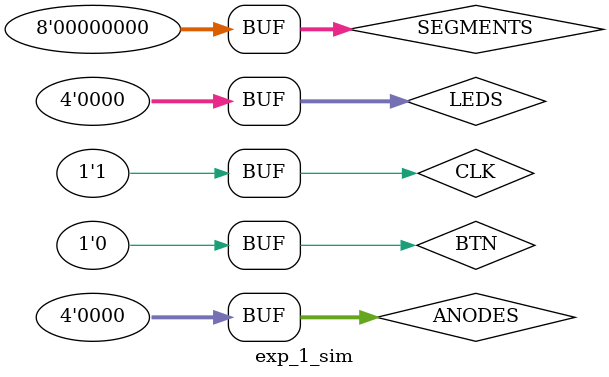
<source format=sv>
`timescale 1ns / 1ps


module exp_1_sim;
    logic BTN;
    logic CLK;
    logic  [7:0] SEGMENTS = 8'b00000000;
    logic  [3:0] ANODES = 4'b0000;
    logic  [3:0] LEDS = 4'b0000;
    
    EXP1_CKT Exp1_inst(.BTN(BTN),.CLK(CLK),.SEGMENTS(SEGMENTS),.ANODES(ANODES),.LEDS(LEDS));
    //clk_2n_div_test #4 slow_clock (.clockin(CLK),.clockout(SCLK));
    
 always
 begin
    CLK = 1'B0;
    #5
    CLK= 1'B1;
    #5;
 end
 
 initial
 begin
    BTN = 1'B0;
    #102
    BTN= 1'B1;
    #5
    BTN=1'B0;
 end 
 
endmodule
</source>
